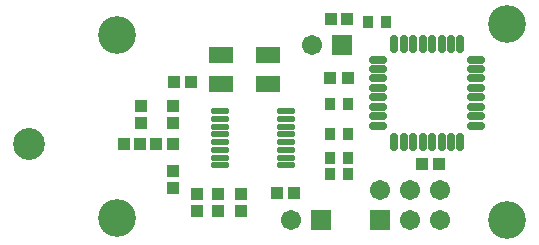
<source format=gts>
G04 Layer_Color=8388736*
%FSAX44Y44*%
%MOMM*%
G71*
G01*
G75*
%ADD30O,1.6032X0.5532*%
%ADD31O,1.5532X0.7532*%
%ADD32O,0.7532X1.5532*%
%ADD33R,2.0032X1.4032*%
%ADD34R,1.1032X1.0032*%
%ADD35R,1.0032X1.1032*%
%ADD36R,0.9032X1.1032*%
%ADD37R,1.0032X1.0032*%
%ADD38C,1.7032*%
%ADD39R,1.7032X1.7032*%
%ADD40C,3.2032*%
%ADD41C,2.7032*%
D30*
X00183000Y00115090D02*
D03*
Y00108590D02*
D03*
Y00102090D02*
D03*
Y00095590D02*
D03*
Y00089090D02*
D03*
Y00082590D02*
D03*
Y00076090D02*
D03*
Y00069590D02*
D03*
X00239000Y00115090D02*
D03*
Y00108590D02*
D03*
Y00102090D02*
D03*
Y00095590D02*
D03*
Y00089090D02*
D03*
Y00082590D02*
D03*
Y00076090D02*
D03*
Y00069590D02*
D03*
D31*
X00400000Y00159000D02*
D03*
Y00151000D02*
D03*
Y00143000D02*
D03*
Y00135000D02*
D03*
Y00127000D02*
D03*
Y00119000D02*
D03*
Y00111000D02*
D03*
Y00103000D02*
D03*
X00317000D02*
D03*
Y00111000D02*
D03*
Y00119000D02*
D03*
Y00127000D02*
D03*
Y00135000D02*
D03*
Y00143000D02*
D03*
Y00151000D02*
D03*
Y00159000D02*
D03*
D32*
X00386500Y00089500D02*
D03*
X00378500D02*
D03*
X00370500D02*
D03*
X00362500D02*
D03*
X00354500D02*
D03*
X00346500D02*
D03*
X00338500D02*
D03*
X00330500D02*
D03*
Y00172500D02*
D03*
X00338500D02*
D03*
X00346500D02*
D03*
X00354500D02*
D03*
X00362500D02*
D03*
X00370500D02*
D03*
X00378500D02*
D03*
X00386500D02*
D03*
D33*
X00223500Y00138630D02*
D03*
Y00162630D02*
D03*
X00183500Y00138630D02*
D03*
Y00162630D02*
D03*
D34*
X00116000Y00119340D02*
D03*
Y00105340D02*
D03*
X00201000Y00031000D02*
D03*
Y00045000D02*
D03*
X00143500Y00064340D02*
D03*
Y00050340D02*
D03*
Y00119340D02*
D03*
Y00105340D02*
D03*
X00181000Y00045000D02*
D03*
Y00031000D02*
D03*
X00163500Y00045000D02*
D03*
Y00031000D02*
D03*
D35*
X00290500Y00193500D02*
D03*
X00276500D02*
D03*
X00158000Y00139840D02*
D03*
X00144000D02*
D03*
X00115500Y00087340D02*
D03*
X00101500D02*
D03*
X00143000D02*
D03*
X00129000D02*
D03*
X00354000Y00071000D02*
D03*
X00368000D02*
D03*
X00245500Y00046000D02*
D03*
X00231500D02*
D03*
D36*
X00291000Y00121000D02*
D03*
X00276000D02*
D03*
X00276000Y00062340D02*
D03*
X00291000D02*
D03*
X00276000Y00076000D02*
D03*
X00291000D02*
D03*
X00276000Y00096000D02*
D03*
X00291000D02*
D03*
X00323500Y00191000D02*
D03*
X00308500D02*
D03*
D37*
X00291000Y00143500D02*
D03*
X00276000D02*
D03*
D38*
X00369300Y00048900D02*
D03*
Y00023500D02*
D03*
X00343900Y00048900D02*
D03*
Y00023500D02*
D03*
X00318500Y00048900D02*
D03*
X00243100Y00023500D02*
D03*
X00260600Y00171000D02*
D03*
D39*
X00318500Y00023500D02*
D03*
X00268500D02*
D03*
X00286000Y00171000D02*
D03*
D40*
X00426000Y00023000D02*
D03*
Y00189000D02*
D03*
X00096000Y00179840D02*
D03*
Y00024840D02*
D03*
D41*
X00021000Y00087340D02*
D03*
M02*

</source>
